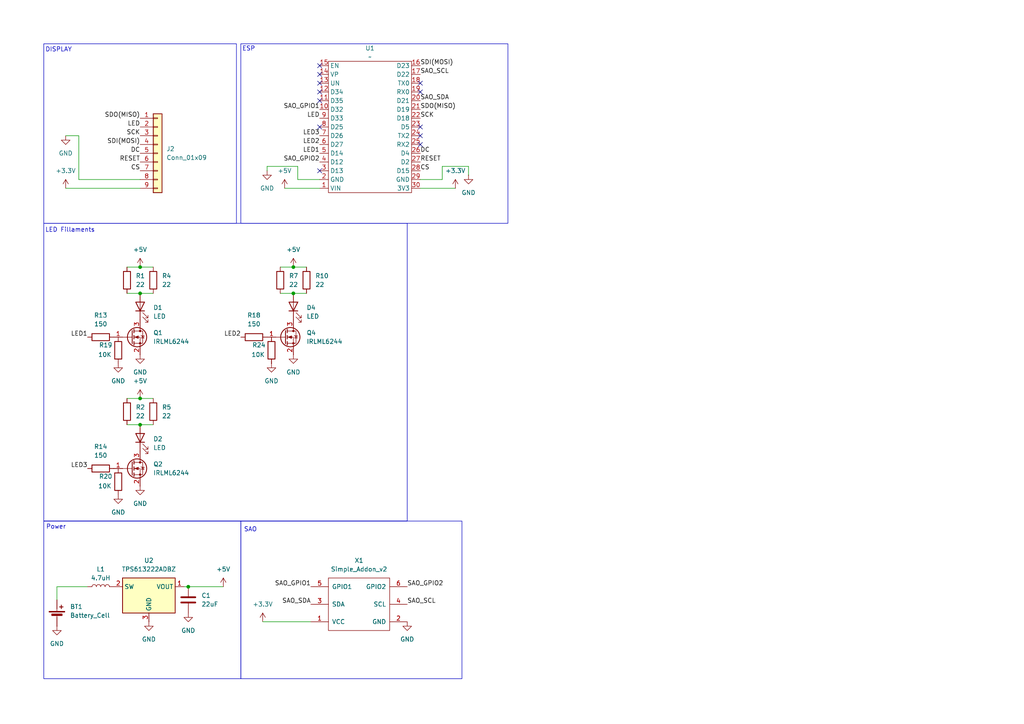
<source format=kicad_sch>
(kicad_sch (version 20250114) (generator "eeschema") (generator_version "9.0")
  (paper "A4")
  (title_block (title "Why") (date "2025-05-15") (rev "1") (company "Mysteryhack") (comment 1 "13r1ckz"))
  (lib_symbols
    (symbol "Connector_Generic:Conn_01x09" (pin_names (offset 1.016) (hide yes))
      (property "Reference" "J" (at 0 12.7 0))
      (property "Value" "Conn_01x09" (at 0 -12.7 0))
      (symbol "Conn_01x09_1_1"
        (rectangle (start -1.27 11.43) (end 1.27 -11.43) (stroke (width 0.254)) (fill (type background)))
        (rectangle (start -1.27 10.287) (end 0 10.033) (stroke (width 0.1524)))
        (rectangle (start -1.27 7.747) (end 0 7.493) (stroke (width 0.1524)))
        (rectangle (start -1.27 5.207) (end 0 4.953) (stroke (width 0.1524)))
        (rectangle (start -1.27 2.667) (end 0 2.413) (stroke (width 0.1524)))
        (rectangle (start -1.27 0.127) (end 0 -0.127) (stroke (width 0.1524)))
        (rectangle (start -1.27 -2.413) (end 0 -2.667) (stroke (width 0.1524)))
        (rectangle (start -1.27 -4.953) (end 0 -5.207) (stroke (width 0.1524)))
        (rectangle (start -1.27 -7.493) (end 0 -7.747) (stroke (width 0.1524)))
        (rectangle (start -1.27 -10.033) (end 0 -10.287) (stroke (width 0.1524)))
        (pin passive line (at -5.08 10.16 0) (length 3.81) (name "Pin_1") (number "1"))
        (pin passive line (at -5.08 7.62 0) (length 3.81) (name "Pin_2") (number "2"))
        (pin passive line (at -5.08 5.08 0) (length 3.81) (name "Pin_3") (number "3"))
        (pin passive line (at -5.08 2.54 0) (length 3.81) (name "Pin_4") (number "4"))
        (pin passive line (at -5.08 0 0) (length 3.81) (name "Pin_5") (number "5"))
        (pin passive line (at -5.08 -2.54 0) (length 3.81) (name "Pin_6") (number "6"))
        (pin passive line (at -5.08 -5.08 0) (length 3.81) (name "Pin_7") (number "7"))
        (pin passive line (at -5.08 -7.62 0) (length 3.81) (name "Pin_8") (number "8"))
        (pin passive line (at -5.08 -10.16 0) (length 3.81) (name "Pin_9") (number "9"))
      )
    )
    (symbol "Device:Battery_Cell" (pin_numbers (hide yes)) (pin_names (offset 0) (hide yes))
      (property "Reference" "BT" (at 2.54 2.54 0))
      (property "Value" "Battery_Cell" (at 2.54 0 0))
      (symbol "Battery_Cell_0_1"
        (rectangle (start -2.286 1.778) (end 2.286 1.524) (fill (type outline)))
        (rectangle (start -1.524 1.016) (end 1.524 0.508) (fill (type outline)))
        (polyline (pts (xy 0 1.778) (xy 0 2.54)))
        (polyline (pts (xy 0 0.762) (xy 0 0)))
        (polyline (pts (xy 0.762 3.048) (xy 1.778 3.048)) (stroke (width 0.254)))
        (polyline (pts (xy 1.27 3.556) (xy 1.27 2.54)) (stroke (width 0.254)))
      )
      (symbol "Battery_Cell_1_1"
        (pin passive line (at 0 5.08 270) (length 2.54) (name "+") (number "1"))
        (pin passive line (at 0 -2.54 90) (length 2.54) (name "-") (number "2"))
      )
    )
    (symbol "Device:C" (pin_numbers (hide yes)) (pin_names (offset 0.254))
      (property "Reference" "C" (at 0.635 2.54 0))
      (property "Value" "C" (at 0.635 -2.54 0))
      (symbol "C_0_1"
        (polyline (pts (xy -2.032 0.762) (xy 2.032 0.762)) (stroke (width 0.508)))
        (polyline (pts (xy -2.032 -0.762) (xy 2.032 -0.762)) (stroke (width 0.508)))
      )
      (symbol "C_1_1"
        (pin passive line (at 0 3.81 270) (length 2.794) (name "~") (number "1"))
        (pin passive line (at 0 -3.81 90) (length 2.794) (name "~") (number "2"))
      )
    )
    (symbol "Device:L" (pin_numbers (hide yes)) (pin_names (offset 1.016) (hide yes))
      (property "Reference" "L" (at -1.27 0 90))
      (property "Value" "L" (at 1.905 0 90))
      (symbol "L_0_1"
        (arc (start 0 2.54) (mid 0.6323 1.905) (end 0 1.27))
        (arc (start 0 1.27) (mid 0.6323 0.635) (end 0 0))
        (arc (start 0 0) (mid 0.6323 -0.635) (end 0 -1.27))
        (arc (start 0 -1.27) (mid 0.6323 -1.905) (end 0 -2.54))
      )
      (symbol "L_1_1"
        (pin passive line (at 0 3.81 270) (length 1.27) (name "1") (number "1"))
        (pin passive line (at 0 -3.81 90) (length 1.27) (name "2") (number "2"))
      )
    )
    (symbol "Device:LED" (pin_numbers (hide yes)) (pin_names (offset 1.016) (hide yes))
      (property "Reference" "D" (at 0 2.54 0))
      (property "Value" "LED" (at 0 -2.54 0))
      (symbol "LED_0_1"
        (polyline (pts (xy -3.048 -0.762) (xy -4.572 -2.286) (xy -3.81 -2.286) (xy -4.572 -2.286) (xy -4.572 -1.524)))
        (polyline (pts (xy -1.778 -0.762) (xy -3.302 -2.286) (xy -2.54 -2.286) (xy -3.302 -2.286) (xy -3.302 -1.524)))
        (polyline (pts (xy -1.27 0) (xy 1.27 0)))
        (polyline (pts (xy -1.27 -1.27) (xy -1.27 1.27)) (stroke (width 0.254)))
        (polyline (pts (xy 1.27 -1.27) (xy 1.27 1.27) (xy -1.27 0) (xy 1.27 -1.27)) (stroke (width 0.254)))
      )
      (symbol "LED_1_1"
        (pin passive line (at -3.81 0 0) (length 2.54) (name "K") (number "1"))
        (pin passive line (at 3.81 0 180) (length 2.54) (name "A") (number "2"))
      )
    )
    (symbol "Device:R" (pin_numbers (hide yes)) (pin_names (offset 0))
      (property "Reference" "R" (at 2.032 0 90))
      (property "Value" "R" (at 0 0 90))
      (symbol "R_0_1"
        (rectangle (start -1.016 -2.54) (end 1.016 2.54) (stroke (width 0.254)))
      )
      (symbol "R_1_1"
        (pin passive line (at 0 3.81 270) (length 1.27) (name "~") (number "1"))
        (pin passive line (at 0 -3.81 90) (length 1.27) (name "~") (number "2"))
      )
    )
    (symbol "ESP:ESP32-WROOM-DEV"
      (property "Reference" "U" (at 5.842 21.336 0))
      (symbol "ESP32-WROOM-DEV_0_1"
        (rectangle (start -5.08 26.67) (end 19.05 -11.43))
      )
      (symbol "ESP32-WROOM-DEV_1_1"
        (pin unspecified line (at -7.62 25.4 0) (length 2.54) (name "EN") (number "15"))
        (pin unspecified line (at -7.62 22.86 0) (length 2.54) (name "VP") (number "14"))
        (pin unspecified line (at -7.62 20.32 0) (length 2.54) (name "UN") (number "13"))
        (pin bidirectional line (at -7.62 17.78 0) (length 2.54) (name "D34") (number "12"))
        (pin bidirectional line (at -7.62 15.24 0) (length 2.54) (name "D35") (number "11"))
        (pin bidirectional line (at -7.62 12.7 0) (length 2.54) (name "D32") (number "10"))
        (pin bidirectional line (at -7.62 10.16 0) (length 2.54) (name "D33") (number "9"))
        (pin bidirectional line (at -7.62 7.62 0) (length 2.54) (name "D25") (number "8"))
        (pin bidirectional line (at -7.62 5.08 0) (length 2.54) (name "D26") (number "7"))
        (pin bidirectional line (at -7.62 2.54 0) (length 2.54) (name "D27") (number "6"))
        (pin bidirectional line (at -7.62 0 0) (length 2.54) (name "D14") (number "5"))
        (pin bidirectional line (at -7.62 -2.54 0) (length 2.54) (name "D12") (number "4"))
        (pin bidirectional line (at -7.62 -5.08 0) (length 2.54) (name "D13") (number "3"))
        (pin output line (at -7.62 -7.62 0) (length 2.54) (name "GND") (number "2"))
        (pin input line (at -7.62 -10.16 0) (length 2.54) (name "VIN") (number "1"))
        (pin bidirectional line (at 21.59 25.4 180) (length 2.54) (name "D23") (number "16"))
        (pin bidirectional line (at 21.59 22.86 180) (length 2.54) (name "D22") (number "17"))
        (pin bidirectional line (at 21.59 20.32 180) (length 2.54) (name "TX0") (number "18"))
        (pin bidirectional line (at 21.59 17.78 180) (length 2.54) (name "RX0") (number "19"))
        (pin bidirectional line (at 21.59 15.24 180) (length 2.54) (name "D21") (number "20"))
        (pin bidirectional line (at 21.59 12.7 180) (length 2.54) (name "D19") (number "21"))
        (pin bidirectional line (at 21.59 10.16 180) (length 2.54) (name "D18") (number "22"))
        (pin bidirectional line (at 21.59 7.62 180) (length 2.54) (name "D5") (number "23"))
        (pin bidirectional line (at 21.59 5.08 180) (length 2.54) (name "TX2") (number "24"))
        (pin bidirectional line (at 21.59 2.54 180) (length 2.54) (name "RX2") (number "25"))
        (pin bidirectional line (at 21.59 0 180) (length 2.54) (name "D4") (number "26"))
        (pin bidirectional line (at 21.59 -2.54 180) (length 2.54) (name "D2") (number "27"))
        (pin bidirectional line (at 21.59 -5.08 180) (length 2.54) (name "D15") (number "28"))
        (pin output line (at 21.59 -7.62 180) (length 2.54) (name "GND") (number "29"))
        (pin input line (at 21.59 -10.16 180) (length 2.54) (name "3V3") (number "30"))
      )
    )
    (symbol "Regulator_Switching:TPS613222ADBZ"
      (property "Reference" "U" (at -7.62 6.35 0))
      (property "Value" "TPS613222ADBZ" (at 2.54 6.35 0))
      (symbol "TPS613222ADBZ_0_1"
        (rectangle (start -7.62 5.08) (end 7.62 -5.08) (stroke (width 0.254)) (fill (type background)))
      )
      (symbol "TPS613222ADBZ_1_1"
        (pin power_in line (at -10.16 2.54 0) (length 2.54) (name "SW") (number "2"))
        (pin power_in line (at 0 -7.62 90) (length 2.54) (name "GND") (number "3"))
        (pin power_out line (at 10.16 2.54 180) (length 2.54) (name "VOUT") (number "1"))
      )
    )
    (symbol "Simple_Addon_v2:Simple_Addon_v2" (pin_names (offset 1.016))
      (property "Reference" "X" (at 0 0 0))
      (property "Value" "Simple_Addon_v2" (at 0 20.32 0))
      (symbol "Simple_Addon_v2_0_1"
        (rectangle (start -7.62 8.89) (end 7.62 -8.89))
      )
      (symbol "Simple_Addon_v2_1_1"
        (pin input line (at -5.08 13.97 270) (length 5.08) (name "VCC") (number "1"))
        (pin input line (at -5.08 -13.97 90) (length 5.08) (name "GND") (number "2"))
        (pin input line (at 0 13.97 270) (length 5.08) (name "SDA") (number "3"))
        (pin input line (at 0 -13.97 90) (length 5.08) (name "SCL") (number "4"))
        (pin input line (at 5.08 13.97 270) (length 5.08) (name "GPIO1") (number "5"))
        (pin input line (at 5.08 -13.97 90) (length 5.08) (name "GPIO2") (number "6"))
      )
    )
    (symbol "Transistor_FET:IRLML6244" (pin_names (hide yes))
      (property "Reference" "Q" (at 5.08 1.905 0))
      (property "Value" "IRLML6244" (at 5.08 0 0))
      (symbol "IRLML6244_0_1"
        (polyline (pts (xy 0.254 1.905) (xy 0.254 -1.905)) (stroke (width 0.254)))
        (polyline (pts (xy 0.254 0) (xy -2.54 0)))
        (polyline (pts (xy 0.762 2.286) (xy 0.762 1.27)) (stroke (width 0.254)))
        (polyline (pts (xy 0.762 0.508) (xy 0.762 -0.508)) (stroke (width 0.254)))
        (polyline (pts (xy 0.762 -1.27) (xy 0.762 -2.286)) (stroke (width 0.254)))
        (polyline (pts (xy 0.762 -1.778) (xy 3.302 -1.778) (xy 3.302 1.778) (xy 0.762 1.778)))
        (polyline (pts (xy 1.016 0) (xy 2.032 0.381) (xy 2.032 -0.381) (xy 1.016 0)) (fill (type outline)))
        (circle (center 1.651 0) (radius 2.794) (stroke (width 0.254)))
        (polyline (pts (xy 2.54 2.54) (xy 2.54 1.778)))
        (circle (center 2.54 1.778) (radius 0.254) (fill (type outline)))
        (circle (center 2.54 -1.778) (radius 0.254) (fill (type outline)))
        (polyline (pts (xy 2.54 -2.54) (xy 2.54 0) (xy 0.762 0)))
        (polyline (pts (xy 2.794 0.508) (xy 2.921 0.381) (xy 3.683 0.381) (xy 3.81 0.254)))
        (polyline (pts (xy 3.302 0.381) (xy 2.921 -0.254) (xy 3.683 -0.254) (xy 3.302 0.381)))
      )
      (symbol "IRLML6244_1_1"
        (pin input line (at -5.08 0 0) (length 2.54) (name "G") (number "1"))
        (pin passive line (at 2.54 5.08 270) (length 2.54) (name "D") (number "3"))
        (pin passive line (at 2.54 -5.08 90) (length 2.54) (name "S") (number "2"))
      )
    )
    (symbol "power:+3.3V" (power) (pin_numbers (hide yes)) (pin_names (offset 0) (hide yes))
      (property "Value" "+3.3V" (at 0 3.556 0))
      (symbol "+3.3V_0_1"
        (polyline (pts (xy -0.762 1.27) (xy 0 2.54)))
        (polyline (pts (xy 0 2.54) (xy 0.762 1.27)))
        (polyline (pts (xy 0 0) (xy 0 2.54)))
      )
      (symbol "+3.3V_1_1"
        (pin power_in line (at 0 0 90) (length 0) (name "~") (number "1"))
      )
    )
    (symbol "power:+5V" (power) (pin_numbers (hide yes)) (pin_names (offset 0) (hide yes))
      (property "Value" "+5V" (at 0 3.556 0))
      (symbol "+5V_0_1"
        (polyline (pts (xy -0.762 1.27) (xy 0 2.54)))
        (polyline (pts (xy 0 2.54) (xy 0.762 1.27)))
        (polyline (pts (xy 0 0) (xy 0 2.54)))
      )
      (symbol "+5V_1_1"
        (pin power_in line (at 0 0 90) (length 0) (name "~") (number "1"))
      )
    )
    (symbol "power:GND" (power) (pin_numbers (hide yes)) (pin_names (offset 0) (hide yes))
      (property "Value" "GND" (at 0 -3.81 0))
      (symbol "GND_0_1"
        (polyline (pts (xy 0 0) (xy 0 -1.27) (xy 1.27 -1.27) (xy 0 -2.54) (xy -1.27 -1.27) (xy 0 -1.27)))
      )
      (symbol "GND_1_1"
        (pin power_in line (at 0 0 270) (length 0) (name "~") (number "1"))
      )
    )
  )
  (rectangle (start 69.85 12.7) (end 147.32 64.77))
  (rectangle (start 12.7 12.7) (end 68.58 64.77))
  (rectangle (start 12.7 151.13) (end 69.85 196.85))
  (rectangle (start 12.7 64.77) (end 118.11 151.13))
  (rectangle (start 69.85 151.13) (end 133.985 196.85))
  (text "SAO" (at 72.644 153.67 0) (effects (font (size 1.27 1.27))))
  (text "Power" (at 16.256 152.908 0) (effects (font (size 1.27 1.27))))
  (text "DISPLAY" (at 17.018 14.478 0) (effects (font (size 1.27 1.27))))
  (text "LED Fillaments" (at 20.32 66.802 0) (effects (font (size 1.27 1.27))))
  (text "ESP" (at 72.136 14.224 0) (effects (font (size 1.27 1.27))))
  (junction (at 85.09 85.09))
  (junction (at 85.09 77.47))
  (junction (at 40.64 85.09))
  (junction (at 54.61 170.18))
  (junction (at 40.64 77.47))
  (junction (at 40.64 115.57))
  (junction (at 40.64 123.19))
  (no_connect (at 121.92 26.67))
  (no_connect (at 92.71 36.83))
  (no_connect (at 121.92 36.83))
  (no_connect (at 121.92 24.13))
  (no_connect (at 121.92 39.37))
  (no_connect (at 92.71 19.05))
  (no_connect (at 92.71 29.21))
  (no_connect (at 92.71 24.13))
  (no_connect (at 121.92 41.91))
  (no_connect (at 92.71 26.67))
  (no_connect (at 92.71 21.59))
  (no_connect (at 92.71 49.53))
  (wire (pts (xy 36.83 123.19) (xy 40.64 123.19)))
  (wire (pts (xy 81.28 77.47) (xy 85.09 77.47)))
  (wire (pts (xy 16.51 170.18) (xy 16.51 173.99)))
  (wire (pts (xy 85.09 85.09) (xy 88.9 85.09)))
  (wire (pts (xy 36.83 85.09) (xy 40.64 85.09)))
  (wire (pts (xy 135.89 48.26) (xy 128.27 48.26)))
  (wire (pts (xy 19.05 39.37) (xy 22.86 39.37)))
  (wire (pts (xy 76.2 180.34) (xy 90.17 180.34)))
  (wire (pts (xy 40.64 85.09) (xy 44.45 85.09)))
  (wire (pts (xy 54.61 170.18) (xy 64.77 170.18)))
  (wire (pts (xy 135.89 50.8) (xy 135.89 48.26)))
  (wire (pts (xy 128.27 48.26) (xy 128.27 52.07)))
  (wire (pts (xy 121.92 54.61) (xy 132.08 54.61)))
  (wire (pts (xy 82.55 54.61) (xy 92.71 54.61)))
  (wire (pts (xy 40.64 77.47) (xy 44.45 77.47)))
  (wire (pts (xy 22.86 39.37) (xy 22.86 52.07)))
  (wire (pts (xy 128.27 52.07) (xy 121.92 52.07)))
  (wire (pts (xy 36.83 115.57) (xy 40.64 115.57)))
  (wire (pts (xy 40.64 123.19) (xy 44.45 123.19)))
  (wire (pts (xy 53.34 170.18) (xy 54.61 170.18)))
  (wire (pts (xy 40.64 115.57) (xy 44.45 115.57)))
  (wire (pts (xy 86.36 48.26) (xy 86.36 52.07)))
  (wire (pts (xy 25.4 170.18) (xy 16.51 170.18)))
  (wire (pts (xy 36.83 77.47) (xy 40.64 77.47)))
  (wire (pts (xy 86.36 52.07) (xy 92.71 52.07)))
  (wire (pts (xy 77.47 49.53) (xy 77.47 48.26)))
  (wire (pts (xy 85.09 77.47) (xy 88.9 77.47)))
  (wire (pts (xy 81.28 85.09) (xy 85.09 85.09)))
  (wire (pts (xy 19.05 54.61) (xy 40.64 54.61)))
  (wire (pts (xy 77.47 48.26) (xy 86.36 48.26)))
  (wire (pts (xy 22.86 52.07) (xy 40.64 52.07)))
  (label "LED3" (at 92.71 39.37 180))
  (label "RESET" (at 121.92 46.99 0))
  (label "SAO_GPIO2" (at 92.71 46.99 180))
  (label "CS" (at 121.92 49.53 0))
  (label "LED2" (at 92.71 41.91 180))
  (label "SDI(MOSI)" (at 40.64 41.91 180))
  (label "SAO_SCL" (at 121.92 21.59 0))
  (label "SAO_GPIO2" (at 118.11 170.18 0))
  (label "RESET" (at 40.64 46.99 180))
  (label "LED2" (at 69.85 97.79 180))
  (label "SCK" (at 121.92 34.29 0))
  (label "SDO(MISO)" (at 121.92 31.75 0))
  (label "LED1" (at 25.4 97.79 180))
  (label "SAO_SDA" (at 90.17 175.26 180))
  (label "LED1" (at 92.71 44.45 180))
  (label "CS" (at 40.64 49.53 180))
  (label "LED" (at 40.64 36.83 180))
  (label "SDO(MISO)" (at 40.64 34.29 180))
  (label "SAO_SDA" (at 121.92 29.21 0))
  (label "SCK" (at 40.64 39.37 180))
  (label "LED3" (at 25.4 135.89 180))
  (label "SAO_GPIO1" (at 92.71 31.75 180))
  (label "DC" (at 121.92 44.45 0))
  (label "LED" (at 92.71 34.29 180))
  (label "SAO_GPIO1" (at 90.17 170.18 180))
  (label "SDI(MOSI)" (at 121.92 19.05 0))
  (label "DC" (at 40.64 44.45 180))
  (label "SAO_SCL" (at 118.11 175.26 0))
  (symbol (lib_id "power:GND") (at 77.47 49.53 0) (unit 1)
    (property "Reference" "#PWR015" (effects (hide yes)))
    (property "Value" "GND" (at 77.47 54.61 0))
    (property "Description" "Power symbol creates a global label with name \"GND\" , ground" (effects (hide yes)))
  )
  (symbol (lib_id "power:GND") (at 40.64 102.87 0) (unit 1)
    (property "Reference" "#PWR04" (effects (hide yes)))
    (property "Value" "GND" (at 40.64 107.95 0))
    (property "Description" "Power symbol creates a global label with name \"GND\" , ground" (effects (hide yes)))
  )
  (symbol (lib_id "power:+3.3V") (at 76.2 180.34 0) (unit 1)
    (property "Reference" "#PWR08" (effects (hide yes)))
    (property "Value" "+3.3V" (at 76.2 175.26 0))
    (property "Description" "Power symbol creates a global label with name \"+3.3V\"" (effects (hide yes)))
  )
  (symbol (lib_id "Device:LED") (at 40.64 127 90) (unit 1)
    (property "Reference" "D2" (at 44.45 127.3174 90) (effects (justify right)))
    (property "Value" "LED" (at 44.45 129.8574 90) (effects (justify right)))
    (property "Footprint" "LED's:LED fillament same side" (effects (hide yes)))
    (property "Description" "Light emitting diode" (effects (hide yes)))
    (property "Sim.Pins" "1=K 2=A" (effects (hide yes)))
  )
  (symbol (lib_id "Device:R") (at 44.45 119.38 0) (unit 1)
    (property "Reference" "R5" (at 46.99 118.1099 0) (effects (justify left)))
    (property "Value" "22" (at 46.99 120.6499 0) (effects (justify left)))
    (property "Footprint" "Resistor_SMD:R_0805_2012Metric" (effects (hide yes)))
    (property "Description" "Resistor" (effects (hide yes)))
  )
  (symbol (lib_id "Device:R") (at 29.21 135.89 90) (unit 1)
    (property "Reference" "R14" (at 29.21 129.54 90))
    (property "Value" "150" (at 29.21 132.08 90))
    (property "Footprint" "Resistor_SMD:R_0805_2012Metric_Pad1.20x1.40mm_HandSolder" (effects (hide yes)))
    (property "Description" "Resistor" (effects (hide yes)))
  )
  (symbol (lib_id "power:+5V") (at 82.55 54.61 0) (unit 1)
    (property "Reference" "#PWR016" (effects (hide yes)))
    (property "Value" "+5V" (at 82.55 49.53 0))
    (property "Description" "Power symbol creates a global label with name \"+5V\"" (effects (hide yes)))
  )
  (symbol (lib_id "power:GND") (at 135.89 50.8 0) (unit 1)
    (property "Reference" "#PWR022" (effects (hide yes)))
    (property "Value" "GND" (at 135.89 55.88 0))
    (property "Description" "Power symbol creates a global label with name \"GND\" , ground" (effects (hide yes)))
  )
  (symbol (lib_id "Device:R") (at 29.21 97.79 90) (unit 1)
    (property "Reference" "R13" (at 29.21 91.44 90))
    (property "Value" "150" (at 29.21 93.98 90))
    (property "Footprint" "Resistor_SMD:R_0805_2012Metric_Pad1.20x1.40mm_HandSolder" (effects (hide yes)))
    (property "Description" "Resistor" (effects (hide yes)))
  )
  (symbol (lib_id "Regulator_Switching:TPS613222ADBZ") (at 43.18 172.72 0) (unit 1)
    (property "Reference" "U2" (at 43.18 162.56 0))
    (property "Value" "TPS613222ADBZ" (at 43.18 165.1 0))
    (property "Footprint" "Package_TO_SOT_SMD:SOT-23-5" (effects (hide yes)))
    (property "Datasheet" "http://www.ti.com/lit/ds/symlink/tps61322.pdf" (effects (hide yes)))
    (property "Description" "1.8A Step-Up Converter, 5V Output Voltage, 0.9-5.5V Input Voltage, SOT-23" (effects (hide yes)))
  )
  (symbol (lib_id "Device:R") (at 36.83 119.38 0) (unit 1)
    (property "Reference" "R2" (at 39.37 118.1099 0) (effects (justify left)))
    (property "Value" "22" (at 39.37 120.6499 0) (effects (justify left)))
    (property "Footprint" "Resistor_SMD:R_0805_2012Metric" (effects (hide yes)))
    (property "Description" "Resistor" (effects (hide yes)))
  )
  (symbol (lib_id "Device:R") (at 36.83 81.28 0) (unit 1)
    (property "Reference" "R1" (at 39.37 80.0099 0) (effects (justify left)))
    (property "Value" "22" (at 39.37 82.5499 0) (effects (justify left)))
    (property "Footprint" "Resistor_SMD:R_0805_2012Metric" (effects (hide yes)))
    (property "Description" "Resistor" (effects (hide yes)))
  )
  (symbol (lib_id "power:GND") (at 34.29 143.51 0) (unit 1)
    (property "Reference" "#PWR025" (effects (hide yes)))
    (property "Value" "GND" (at 34.29 148.59 0))
    (property "Description" "Power symbol creates a global label with name \"GND\" , ground" (effects (hide yes)))
  )
  (symbol (lib_id "Transistor_FET:IRLML6244") (at 82.55 97.79 0) (unit 1)
    (property "Reference" "Q4" (at 88.9 96.5199 0) (effects (justify left)))
    (property "Value" "IRLML6244" (at 88.9 99.0599 0) (effects (justify left)))
    (property "Footprint" "Package_TO_SOT_SMD:SOT-23" (effects (hide yes)))
    (property "Datasheet" "https://www.infineon.com/dgdl/Infineon-IRLML6244-DataSheet-v01_01-EN.pdf?fileId=5546d462533600a4015356686fed261f" (effects (hide yes)))
    (property "Description" "6.3A Id, 20V Vds, 21mOhm Rds, N-Channel StrongIRFET Power MOSFET, SOT-23" (effects (hide yes)))
  )
  (symbol (lib_id "power:GND") (at 118.11 180.34 0) (unit 1)
    (property "Reference" "#PWR07" (effects (hide yes)))
    (property "Value" "GND" (at 118.11 185.42 0))
    (property "Description" "Power symbol creates a global label with name \"GND\" , ground" (effects (hide yes)))
  )
  (symbol (lib_id "Simple_Addon_v2:Simple_Addon_v2") (at 104.14 175.26 90) (unit 1)
    (property "Reference" "X1" (at 104.14 162.56 90))
    (property "Value" "Simple_Addon_v2" (at 104.14 165.1 90))
    (property "Footprint" "Simple_Addon_v2:Simple_Addon_v2-SAO-2x3" (effects (hide yes)))
  )
  (symbol (lib_id "power:GND") (at 40.64 140.97 0) (unit 1)
    (property "Reference" "#PWR06" (effects (hide yes)))
    (property "Value" "GND" (at 40.64 146.05 0))
    (property "Description" "Power symbol creates a global label with name \"GND\" , ground" (effects (hide yes)))
  )
  (symbol (lib_id "power:+3.3V") (at 132.08 54.61 0) (unit 1)
    (property "Reference" "#PWR020" (effects (hide yes)))
    (property "Value" "+3.3V" (at 132.08 49.53 0))
    (property "Description" "Power symbol creates a global label with name \"+3.3V\"" (effects (hide yes)))
  )
  (symbol (lib_id "Device:R") (at 88.9 81.28 0) (unit 1)
    (property "Reference" "R10" (at 91.44 80.0099 0) (effects (justify left)))
    (property "Value" "22" (at 91.44 82.5499 0) (effects (justify left)))
    (property "Footprint" "Resistor_SMD:R_0805_2012Metric" (effects (hide yes)))
    (property "Description" "Resistor" (effects (hide yes)))
  )
  (symbol (lib_id "power:GND") (at 43.18 180.34 0) (unit 1)
    (property "Reference" "#PWR018" (effects (hide yes)))
    (property "Value" "GND" (at 43.18 185.42 0))
    (property "Description" "Power symbol creates a global label with name \"GND\" , ground" (effects (hide yes)))
  )
  (symbol (lib_id "power:GND") (at 34.29 105.41 0) (unit 1)
    (property "Reference" "#PWR024" (effects (hide yes)))
    (property "Value" "GND" (at 34.29 110.49 0))
    (property "Description" "Power symbol creates a global label with name \"GND\" , ground" (effects (hide yes)))
  )
  (symbol (lib_id "ESP:ESP32-WROOM-DEV") (at 100.33 44.45 0) (unit 1)
    (property "Reference" "U1" (at 107.315 13.97 0))
    (property "Value" "~" (at 107.315 16.51 0))
    (property "Footprint" "ESP:esp32 30p dev" (effects (hide yes)))
  )
  (symbol (lib_id "power:GND") (at 16.51 181.61 0) (unit 1)
    (property "Reference" "#PWR017" (effects (hide yes)))
    (property "Value" "GND" (at 16.51 186.69 0))
    (property "Description" "Power symbol creates a global label with name \"GND\" , ground" (effects (hide yes)))
  )
  (symbol (lib_id "Device:R") (at 78.74 101.6 0) (unit 1)
    (property "Reference" "R24" (at 73.152 100.076 0) (effects (justify left)))
    (property "Value" "10K" (at 72.898 102.87 0) (effects (justify left)))
    (property "Footprint" "Resistor_SMD:R_0805_2012Metric_Pad1.20x1.40mm_HandSolder" (effects (hide yes)))
    (property "Description" "Resistor" (effects (hide yes)))
  )
  (symbol (lib_id "Transistor_FET:IRLML6244") (at 38.1 135.89 0) (unit 1)
    (property "Reference" "Q2" (at 44.45 134.6199 0) (effects (justify left)))
    (property "Value" "IRLML6244" (at 44.45 137.1599 0) (effects (justify left)))
    (property "Footprint" "Package_TO_SOT_SMD:SOT-23" (effects (hide yes)))
    (property "Datasheet" "https://www.infineon.com/dgdl/Infineon-IRLML6244-DataSheet-v01_01-EN.pdf?fileId=5546d462533600a4015356686fed261f" (effects (hide yes)))
    (property "Description" "6.3A Id, 20V Vds, 21mOhm Rds, N-Channel StrongIRFET Power MOSFET, SOT-23" (effects (hide yes)))
  )
  (symbol (lib_id "Device:L") (at 29.21 170.18 90) (unit 1)
    (property "Reference" "L1" (at 29.21 165.1 90))
    (property "Value" "4.7uH" (at 29.21 167.64 90))
    (property "Footprint" "Inductor_SMD:L_0805_2012Metric_Pad1.15x1.40mm_HandSolder" (effects (hide yes)))
    (property "Description" "Inductor" (effects (hide yes)))
  )
  (symbol (lib_id "power:+3.3V") (at 19.05 54.61 0) (unit 1)
    (property "Reference" "#PWR02" (effects (hide yes)))
    (property "Value" "+3.3V" (at 19.05 49.53 0))
    (property "Description" "Power symbol creates a global label with name \"+3.3V\"" (effects (hide yes)))
  )
  (symbol (lib_id "Device:R") (at 34.29 101.6 0) (unit 1)
    (property "Reference" "R19" (at 28.702 100.076 0) (effects (justify left)))
    (property "Value" "10K" (at 28.448 102.87 0) (effects (justify left)))
    (property "Footprint" "Resistor_SMD:R_0805_2012Metric_Pad1.20x1.40mm_HandSolder" (effects (hide yes)))
    (property "Description" "Resistor" (effects (hide yes)))
  )
  (symbol (lib_id "Transistor_FET:IRLML6244") (at 38.1 97.79 0) (unit 1)
    (property "Reference" "Q1" (at 44.45 96.5199 0) (effects (justify left)))
    (property "Value" "IRLML6244" (at 44.45 99.0599 0) (effects (justify left)))
    (property "Footprint" "Package_TO_SOT_SMD:SOT-23" (effects (hide yes)))
    (property "Datasheet" "https://www.infineon.com/dgdl/Infineon-IRLML6244-DataSheet-v01_01-EN.pdf?fileId=5546d462533600a4015356686fed261f" (effects (hide yes)))
    (property "Description" "6.3A Id, 20V Vds, 21mOhm Rds, N-Channel StrongIRFET Power MOSFET, SOT-23" (effects (hide yes)))
  )
  (symbol (lib_id "Device:LED") (at 85.09 88.9 90) (unit 1)
    (property "Reference" "D4" (at 88.9 89.2174 90) (effects (justify right)))
    (property "Value" "LED" (at 88.9 91.7574 90) (effects (justify right)))
    (property "Footprint" "LED's:LED fillament same side" (effects (hide yes)))
    (property "Description" "Light emitting diode" (effects (hide yes)))
    (property "Sim.Pins" "1=K 2=A" (effects (hide yes)))
  )
  (symbol (lib_id "power:+5V") (at 40.64 77.47 0) (unit 1)
    (property "Reference" "#PWR03" (effects (hide yes)))
    (property "Value" "+5V" (at 40.64 72.39 0))
    (property "Description" "Power symbol creates a global label with name \"+5V\"" (effects (hide yes)))
  )
  (symbol (lib_id "Device:C") (at 54.61 173.99 0) (unit 1)
    (property "Reference" "C1" (at 58.42 172.7199 0) (effects (justify left)))
    (property "Value" "22uF" (at 58.42 175.2599 0) (effects (justify left)))
    (property "Footprint" "Capacitor_SMD:C_0805_2012Metric" (effects (hide yes)))
    (property "Description" "Unpolarized capacitor" (effects (hide yes)))
  )
  (symbol (lib_id "power:GND") (at 54.61 177.8 0) (unit 1)
    (property "Reference" "#PWR019" (effects (hide yes)))
    (property "Value" "GND" (at 54.61 182.88 0))
    (property "Description" "Power symbol creates a global label with name \"GND\" , ground" (effects (hide yes)))
  )
  (symbol (lib_id "power:GND") (at 85.09 102.87 0) (unit 1)
    (property "Reference" "#PWR010" (effects (hide yes)))
    (property "Value" "GND" (at 85.09 107.95 0))
    (property "Description" "Power symbol creates a global label with name \"GND\" , ground" (effects (hide yes)))
  )
  (symbol (lib_id "Device:LED") (at 40.64 88.9 90) (unit 1)
    (property "Reference" "D1" (at 44.45 89.2174 90) (effects (justify right)))
    (property "Value" "LED" (at 44.45 91.7574 90) (effects (justify right)))
    (property "Footprint" "LED's:LED fillament same side" (effects (hide yes)))
    (property "Description" "Light emitting diode" (effects (hide yes)))
    (property "Sim.Pins" "1=K 2=A" (effects (hide yes)))
  )
  (symbol (lib_id "Device:R") (at 73.66 97.79 90) (unit 1)
    (property "Reference" "R18" (at 73.66 91.44 90))
    (property "Value" "150" (at 73.66 93.98 90))
    (property "Footprint" "Resistor_SMD:R_0805_2012Metric_Pad1.20x1.40mm_HandSolder" (effects (hide yes)))
    (property "Description" "Resistor" (effects (hide yes)))
  )
  (symbol (lib_id "Device:Battery_Cell") (at 16.51 179.07 0) (unit 1)
    (property "Reference" "BT1" (at 20.32 175.9584 0) (effects (justify left)))
    (property "Value" "Battery_Cell" (at 20.32 178.4984 0) (effects (justify left)))
    (property "Footprint" "Battery:BatteryHolder_Keystone_2466_1xAAA" (effects (hide yes)))
    (property "Description" "Single-cell battery" (effects (hide yes)))
  )
  (symbol (lib_id "power:+5V") (at 40.64 115.57 0) (unit 1)
    (property "Reference" "#PWR05" (effects (hide yes)))
    (property "Value" "+5V" (at 40.64 110.49 0))
    (property "Description" "Power symbol creates a global label with name \"+5V\"" (effects (hide yes)))
  )
  (symbol (lib_id "power:GND") (at 19.05 39.37 0) (unit 1)
    (property "Reference" "#PWR01" (effects (hide yes)))
    (property "Value" "GND" (at 19.05 44.45 0))
    (property "Description" "Power symbol creates a global label with name \"GND\" , ground" (effects (hide yes)))
  )
  (symbol (lib_id "power:+5V") (at 64.77 170.18 0) (unit 1)
    (property "Reference" "#PWR021" (effects (hide yes)))
    (property "Value" "+5V" (at 64.77 165.1 0))
    (property "Description" "Power symbol creates a global label with name \"+5V\"" (effects (hide yes)))
  )
  (symbol (lib_id "Connector_Generic:Conn_01x09") (at 45.72 44.45 0) (unit 1)
    (property "Reference" "J2" (at 48.26 43.1799 0) (effects (justify left)))
    (property "Value" "Conn_01x09" (at 48.26 45.7199 0) (effects (justify left)))
    (property "Footprint" "Connector_PinHeader_2.54mm:PinHeader_1x09_P2.54mm_Vertical" (effects (hide yes)))
    (property "Description" "Generic connector, single row, 01x09, script generated (kicad-library-utils/schlib/autogen/connector/)" (effects (hide yes)))
  )
  (symbol (lib_id "Device:R") (at 44.45 81.28 0) (unit 1)
    (property "Reference" "R4" (at 46.99 80.0099 0) (effects (justify left)))
    (property "Value" "22" (at 46.99 82.5499 0) (effects (justify left)))
    (property "Footprint" "Resistor_SMD:R_0805_2012Metric" (effects (hide yes)))
    (property "Description" "Resistor" (effects (hide yes)))
  )
  (symbol (lib_id "power:GND") (at 78.74 105.41 0) (unit 1)
    (property "Reference" "#PWR023" (effects (hide yes)))
    (property "Value" "GND" (at 78.74 110.49 0))
    (property "Description" "Power symbol creates a global label with name \"GND\" , ground" (effects (hide yes)))
  )
  (symbol (lib_id "power:+5V") (at 85.09 77.47 0) (unit 1)
    (property "Reference" "#PWR09" (effects (hide yes)))
    (property "Value" "+5V" (at 85.09 72.39 0))
    (property "Description" "Power symbol creates a global label with name \"+5V\"" (effects (hide yes)))
  )
  (symbol (lib_id "Device:R") (at 81.28 81.28 0) (unit 1)
    (property "Reference" "R7" (at 83.82 80.0099 0) (effects (justify left)))
    (property "Value" "22" (at 83.82 82.5499 0) (effects (justify left)))
    (property "Footprint" "Resistor_SMD:R_0805_2012Metric" (effects (hide yes)))
    (property "Description" "Resistor" (effects (hide yes)))
  )
  (symbol (lib_id "Device:R") (at 34.29 139.7 0) (unit 1)
    (property "Reference" "R20" (at 28.702 138.176 0) (effects (justify left)))
    (property "Value" "10K" (at 28.448 140.97 0) (effects (justify left)))
    (property "Footprint" "Resistor_SMD:R_0805_2012Metric_Pad1.20x1.40mm_HandSolder" (effects (hide yes)))
    (property "Description" "Resistor" (effects (hide yes)))
  )
)
</source>
